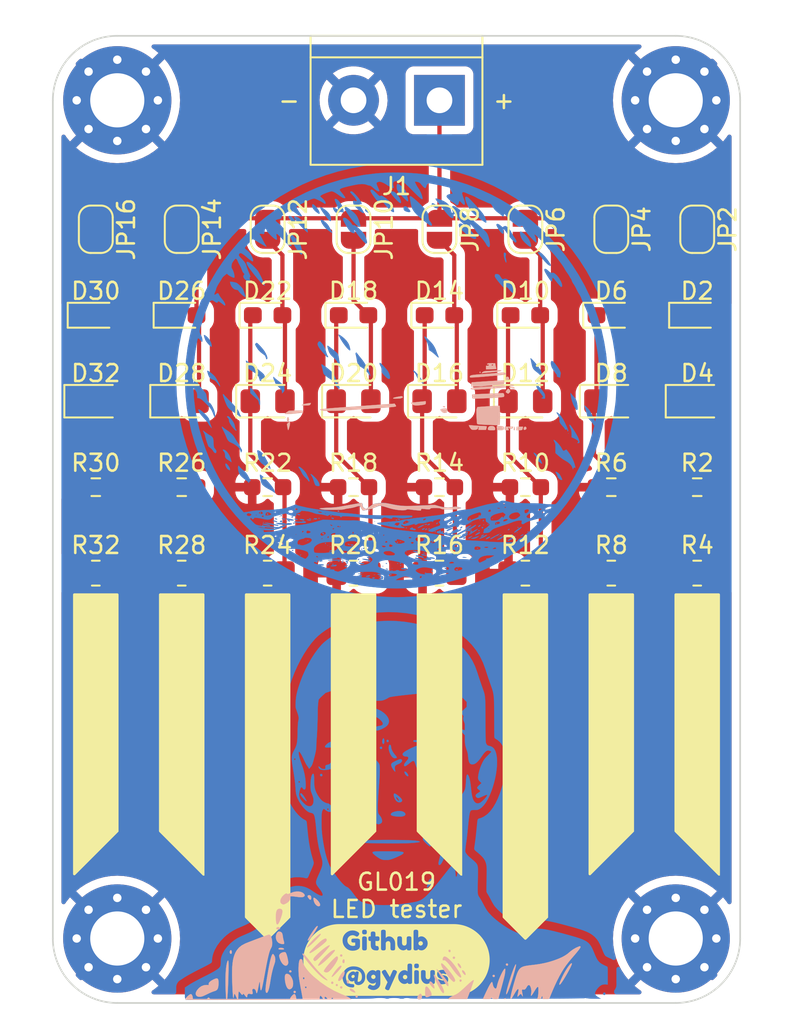
<source format=kicad_pcb>
(kicad_pcb (version 20211014) (generator pcbnew)
  (layers (0 "F.Cu" signal) (31 "B.Cu" signal) (34 "B.Paste" user) (35 "F.Paste" user) (36 "B.SilkS" user "B.Silkscreen") (37 "F.SilkS" user "F.Silkscreen") (38 "B.Mask" user) (39 "F.Mask" user) (44 "Edge.Cuts" user))
  (net 0 "")
  (net 1 "GND")
  (net 2 "Net-(D2-Pad2)")
  (net 3 "Net-(D6-Pad2)")
  (net 4 "Net-(D10-Pad2)")
  (net 5 "Net-(D14-Pad2)")
  (net 6 "VCC")
  (net 7 "Net-(D2-Pad1)")
  (net 8 "Net-(D6-Pad1)")
  (net 9 "Net-(D10-Pad1)")
  (net 10 "Net-(D14-Pad1)")
  (net 11 "Net-(D18-Pad1)")
  (net 12 "Net-(D18-Pad2)")
  (net 13 "Net-(D22-Pad1)")
  (net 14 "Net-(D22-Pad2)")
  (net 15 "Net-(D26-Pad1)")
  (net 16 "Net-(D26-Pad2)")
  (net 17 "Net-(D30-Pad1)")
  (net 18 "Net-(D30-Pad2)")
  (footprint "LED_SMD:LED_0603_1608Metric_Pad1.05x0.95mm_HandSolder" (layer "F.Cu") (at 170.18 63.5)
    (fp_text reference "D2")
    (fp_text value "LED")
  )
  (footprint "MountingHole:MountingHole_3.2mm_M3_Pad_Via" (layer "F.Cu") (at 135.89 50.8)
    (fp_text reference "H1" hide)
    (fp_text value "MountingHole_Pad")
  )
  (footprint "Resistor_SMD:R_0603_1608Metric_Pad0.98x0.95mm_HandSolder" (layer "F.Cu") (at 154.94 73.66)
    (fp_text reference "R14")
    (fp_text value "R")
  )
  (footprint "Jumper:SolderJumper-2_P1.3mm_Open_RoundedPad1.0x1.5mm" (layer "F.Cu") (at 139.7 58.42 -90)
    (fp_text reference "JP14")
    (fp_text value "SolderJumper_2_Open")
  )
  (footprint "TerminalBlock:TerminalBlock_bornier-2_P5.08mm" (layer "F.Cu") (at 154.94 50.8 180)
    (fp_text reference "J1")
    (fp_text value "Conn_01x02")
  )
  (footprint "Resistor_SMD:R_0805_2012Metric_Pad1.20x1.40mm_HandSolder" (layer "F.Cu") (at 139.7 78.74)
    (fp_text reference "R28")
    (fp_text value "R")
  )
  (footprint "Resistor_SMD:R_0805_2012Metric_Pad1.20x1.40mm_HandSolder" (layer "F.Cu") (at 160.02 78.74)
    (fp_text reference "R12")
    (fp_text value "R")
  )
  (footprint "LED_SMD:LED_0603_1608Metric_Pad1.05x0.95mm_HandSolder" (layer "F.Cu") (at 134.62 63.5)
    (fp_text reference "D30")
    (fp_text value "LED")
  )
  (footprint "LED_SMD:LED_0603_1608Metric_Pad1.05x0.95mm_HandSolder" (layer "F.Cu") (at 165.1 63.5)
    (fp_text reference "D6")
    (fp_text value "LED")
  )
  (footprint "Resistor_SMD:R_0805_2012Metric_Pad1.20x1.40mm_HandSolder" (layer "F.Cu") (at 154.94 78.74)
    (fp_text reference "R16")
    (fp_text value "R")
  )
  (footprint "LED_SMD:LED_0805_2012Metric_Pad1.15x1.40mm_HandSolder" (layer "F.Cu") (at 139.7 68.58)
    (fp_text reference "D28")
    (fp_text value "LED")
  )
  (footprint "Jumper:SolderJumper-2_P1.3mm_Open_RoundedPad1.0x1.5mm" (layer "F.Cu") (at 154.94 58.42 -90)
    (fp_text reference "JP8")
    (fp_text value "SolderJumper_2_Open")
  )
  (footprint "Jumper:SolderJumper-2_P1.3mm_Open_RoundedPad1.0x1.5mm" (layer "F.Cu") (at 170.18 58.42 -90)
    (fp_text reference "JP2")
    (fp_text value "SolderJumper_2_Open")
  )
  (footprint "LED_SMD:LED_0805_2012Metric_Pad1.15x1.40mm_HandSolder" (layer "F.Cu") (at 149.86 68.58)
    (fp_text reference "D20")
    (fp_text value "LED")
  )
  (footprint "Resistor_SMD:R_0603_1608Metric_Pad0.98x0.95mm_HandSolder" (layer "F.Cu") (at 144.78 73.66)
    (fp_text reference "R22")
    (fp_text value "R")
  )
  (footprint "LED_SMD:LED_0603_1608Metric_Pad1.05x0.95mm_HandSolder" (layer "F.Cu") (at 160.02 63.5)
    (fp_text reference "D10")
    (fp_text value "LED")
  )
  (footprint "LED_SMD:LED_0805_2012Metric_Pad1.15x1.40mm_HandSolder" (layer "F.Cu") (at 154.94 68.58)
    (fp_text reference "D16")
    (fp_text value "LED")
  )
  (footprint "Resistor_SMD:R_0805_2012Metric_Pad1.20x1.40mm_HandSolder" (layer "F.Cu") (at 170.18 78.74)
    (fp_text reference "R4")
    (fp_text value "R")
  )
  (footprint "LED_SMD:LED_0603_1608Metric_Pad1.05x0.95mm_HandSolder" (layer "F.Cu") (at 144.78 63.5)
    (fp_text reference "D22")
    (fp_text value "LED")
  )
  (footprint "Resistor_SMD:R_0603_1608Metric_Pad0.98x0.95mm_HandSolder" (layer "F.Cu") (at 165.1 73.66)
    (fp_text reference "R6")
    (fp_text value "R")
  )
  (footprint "MoreMoney:MoreMoney6mm" (layer "F.Cu") (at 142.24 53.34)
    (fp_text reference "Ref**" hide)
    (fp_text value "Val**" hide)
  )
  (footprint "LED_SMD:LED_0603_1608Metric_Pad1.05x0.95mm_HandSolder" (layer "F.Cu") (at 139.7 63.5)
    (fp_text reference "D26")
    (fp_text value "LED")
  )
  (footprint "LED_SMD:LED_0603_1608Metric_Pad1.05x0.95mm_HandSolder" (layer "F.Cu") (at 154.94 63.5)
    (fp_text reference "D14")
    (fp_text value "LED")
  )
  (footprint "Jumper:SolderJumper-2_P1.3mm_Open_RoundedPad1.0x1.5mm" (layer "F.Cu") (at 160.02 58.42 -90)
    (fp_text reference "JP6")
    (fp_text value "SolderJumper_2_Open")
  )
  (footprint "Jumper:SolderJumper-2_P1.3mm_Open_RoundedPad1.0x1.5mm" (layer "F.Cu") (at 165.1 58.42 -90)
    (fp_text reference "JP4")
    (fp_text value "SolderJumper_2_Open")
  )
  (footprint "LED_SMD:LED_0603_1608Metric_Pad1.05x0.95mm_HandSolder" (layer "F.Cu") (at 149.86 63.5)
    (fp_text reference "D18")
    (fp_text value "LED")
  )
  (footprint "kibuzzard-6320B61E" (layer "F.Cu") (at 152.4 101.6)
    (fp_text reference "kibuzzard-6320B61E" hide)
    (fp_text value "G***" hide)
  )
  (footprint "Resistor_SMD:R_0805_2012Metric_Pad1.20x1.40mm_HandSolder" (layer "F.Cu") (at 134.62 78.74)
    (fp_text reference "R32")
    (fp_text value "R")
  )
  (footprint "Jumper:SolderJumper-2_P1.3mm_Open_RoundedPad1.0x1.5mm" (layer "F.Cu") (at 134.62 58.42 -90)
    (fp_text reference "JP16")
    (fp_text value "SolderJumper_2_Open")
  )
  (footprint "LED_SMD:LED_0805_2012Metric_Pad1.15x1.40mm_HandSolder" (layer "F.Cu") (at 144.78 68.58)
    (fp_text reference "D24")
    (fp_text value "LED")
  )
  (footprint "Resistor_SMD:R_0805_2012Metric_Pad1.20x1.40mm_HandSolder" (layer "F.Cu") (at 144.78 78.74)
    (fp_text reference "R24")
    (fp_text value "R")
  )
  (footprint "Resistor_SMD:R_0603_1608Metric_Pad0.98x0.95mm_HandSolder" (layer "F.Cu") (at 134.62 73.66)
    (fp_text reference "R30")
    (fp_text value "R")
  )
  (footprint "Resistor_SMD:R_0603_1608Metric_Pad0.98x0.95mm_HandSolder" (layer "F.Cu") (at 139.7 73.66)
    (fp_text reference "R26")
    (fp_text value "R")
  )
  (footprint "Jumper:SolderJumper-2_P1.3mm_Open_RoundedPad1.0x1.5mm" (layer "F.Cu") (at 144.78 58.42 -90)
    (fp_text reference "JP12")
    (fp_text value "SolderJumper_2_Open")
  )
  (footprint "Resistor_SMD:R_0603_1608Metric_Pad0.98x0.95mm_HandSolder" (layer "F.Cu") (at 149.86 73.66)
    (fp_text reference "R18")
    (fp_text value "R")
  )
  (footprint "MountingHole:MountingHole_3.2mm_M3_Pad_Via" (layer "F.Cu") (at 135.89 100.33)
    (fp_text reference "H4" hide)
    (fp_text value "MountingHole_Pad")
  )
  (footprint "Jumper:SolderJumper-2_P1.3mm_Open_RoundedPad1.0x1.5mm" (layer "F.Cu") (at 149.86 58.42 -90)
    (fp_text reference "JP10")
    (fp_text value "SolderJumper_2_Open")
  )
  (footprint "Resistor_SMD:R_0603_1608Metric_Pad0.98x0.95mm_HandSolder" (layer "F.Cu") (at 170.18 73.66)
    (fp_text reference "R2")
    (fp_text value "R")
  )
  (footprint "Resistor_SMD:R_0805_2012Metric_Pad1.20x1.40mm_HandSolder" (layer "F.Cu") (at 165.1 78.74)
    (fp_text reference "R8")
    (fp_text value "R")
  )
  (footprint "MountingHole:MountingHole_3.2mm_M3_Pad_Via" (layer "F.Cu") (at 168.91 100.33)
    (fp_text reference "H3" hide)
    (fp_text value "MountingHole_Pad")
  )
  (footprint "LED_SMD:LED_0805_2012Metric_Pad1.15x1.40mm_HandSolder" (layer "F.Cu") (at 170.18 68.58)
    (fp_text reference "D4")
    (fp_text value "LED")
  )
  (footprint "Resistor_SMD:R_0805_2012Metric_Pad1.20x1.40mm_HandSolder" (layer "F.Cu") (at 149.86 78.74)
    (fp_text reference "R20")
    (fp_text value "R")
  )
  (footprint "Resistor_SMD:R_0603_1608Metric_Pad0.98x0.95mm_HandSolder" (layer "F.Cu") (at 160.02 73.66)
    (fp_text reference "R10")
    (fp_text value "R")
  )
  (footprint "MountingHole:MountingHole_3.2mm_M3_Pad_Via" (layer "F.Cu") (at 168.91 50.8)
    (fp_text reference "H2" hide)
    (fp_text value "MountingHole_Pad")
  )
  (footprint "LED_SMD:LED_0805_2012Metric_Pad1.15x1.40mm_HandSolder" (layer "F.Cu") (at 134.62 68.58)
    (fp_text reference "D32")
    (fp_text value "LED")
  )
  (footprint "LED_SMD:LED_0805_2012Metric_Pad1.15x1.40mm_HandSolder" (layer "F.Cu") (at 160.02 68.58)
    (fp_text reference "D12")
    (fp_text value "LED")
  )
  (footprint "LED_SMD:LED_0805_2012Metric_Pad1.15x1.40mm_HandSolder" (layer "F.Cu") (at 165.1 68.58)
    (fp_text reference "D8")
    (fp_text value "LED")
  )
  (footprint "MoreMoney:Duck_banny_2_25mm" (layer "B.Cu") (at 152.4 67.31 180)
    (fp_text reference "Ref**" hide)
    (fp_text value "Val**" hide)
  )
  (footprint "MoreMoney:duck_banny_pcb_25mm" (layer "B.Cu") (at 152.4 91.44 180)
    (fp_text reference "Ref**" hide)
    (fp_text value "Val**" hide)
  )
  (gr_poly (pts (xy 146.05 99.06) (xy 144.78 100.33) (xy 143.51 99.06) (xy 143.51 80.01) (xy 146.05 80.01)) (layer "F.SilkS") (width 0.15) (fill solid))
  (gr_poly (pts (xy 156.21 96.52) (xy 153.67 93.98) (xy 153.67 80.01) (xy 156.21 80.01)) (layer "F.SilkS") (width 0.15) (fill solid))
  (gr_poly (pts (xy 135.89 93.98) (xy 133.35 96.52) (xy 133.35 80.01) (xy 135.89 80.01)) (layer "F.SilkS") (width 0.15) (fill solid))
  (gr_poly (pts (xy 166.37 93.98) (xy 163.83 96.52) (xy 163.83 80.01) (xy 166.37 80.01)) (layer "F.SilkS") (width 0.15) (fill solid))
  (gr_poly (pts (xy 151.13 93.98) (xy 148.59 96.52) (xy 148.59 80.01) (xy 151.13 80.01)) (layer "F.SilkS") (width 0.15) (fill solid))
  (gr_poly (pts (xy 171.45 96.52) (xy 168.91 93.98) (xy 168.91 80.01) (xy 171.45 80.01)) (layer "F.SilkS") (width 0.15) (fill solid))
  (gr_poly (pts (xy 140.97 96.52) (xy 138.43 93.98) (xy 138.43 80.01) (xy 140.97 80.01)) (layer "F.SilkS") (width 0.15) (fill solid))
  (gr_poly (pts (xy 161.29 99.06) (xy 160.02 100.33) (xy 158.75 99.06) (xy 158.75 80.01) (xy 161.29 80.01)) (layer "F.SilkS") (width 0.15) (fill solid))
  (gr_line (start 132.08 100.33) (end 132.08 50.8) (layer "Edge.Cuts") (width 0.1))
  (gr_arc (start 168.91 46.99) (mid 171.604077 48.105923) (end 172.72 50.8) (layer "Edge.Cuts") (width 0.1))
  (gr_arc (start 172.72 100.33) (mid 171.604077 103.024077) (end 168.91 104.14) (layer "Edge.Cuts") (width 0.1))
  (gr_arc (start 132.08 50.8) (mid 133.195923 48.105923) (end 135.89 46.99) (layer "Edge.Cuts") (width 0.1))
  (gr_line (start 172.72 50.8) (end 172.72 100.33) (layer "Edge.Cuts") (width 0.1))
  (gr_line (start 168.91 104.14) (end 135.89 104.14) (layer "Edge.Cuts") (width 0.1))
  (gr_arc (start 135.89 104.14) (mid 133.195923 103.024077) (end 132.08 100.33) (layer "Edge.Cuts") (width 0.1))
  (gr_line (start 135.89 46.99) (end 168.91 46.99) (layer "Edge.Cuts") (width 0.1))
  (gr_text "-" (at 146.05 50.8) (layer "F.SilkS") (effects (font (size 1 1))))
  (gr_text "GL019\nLED tester" (at 152.4 97.79) (layer "F.SilkS") (effects (font (size 1 1))))
  (gr_text "+" (at 158.75 50.8) (layer "F.SilkS") (effects (font (size 1 1))))
  (segment (start 171.055 63.5) (end 171.055 59.945) (width 0.25) (layer "F.Cu") (net 2))
  (segment (start 171.055 63.5) (end 171.205 63.65) (width 0.25) (layer "F.Cu") (net 2))
  (segment (start 171.205 63.65) (end 171.205 68.58) (width 0.25) (layer "F.Cu") (net 2))
  (segment (start 171.055 59.945) (end 170.18 59.07) (width 0.25) (layer "F.Cu") (net 2))
  (segment (start 166.125 63.65) (end 166.125 68.58) (width 0.25) (layer "F.Cu") (net 3))
  (segment (start 165.975 59.945) (end 165.1 59.07) (width 0.25) (layer "F.Cu") (net 3))
  (segment (start 165.975 63.5) (end 165.975 59.945) (width 0.25) (layer "F.Cu") (net 3))
  (segment (start 165.975 63.5) (end 166.125 63.65) (width 0.25) (layer "F.Cu") (net 3))
  (segment (start 160.895 63.5) (end 160.895 59.945) (width 0.25) (layer "F.Cu") (net 4))
  (segment (start 161.045 63.65) (end 161.045 68.58) (width 0.25) (layer "F.Cu") (net 4))
  (segment (start 160.895 59.945) (end 160.02 59.07) (width 0.25) (layer "F.Cu") (net 4))
  (segment (start 160.895 63.5) (end 161.045 63.65) (width 0.25) (layer "F.Cu") (net 4))
  (segment (start 155.815 63.5) (end 155.965 63.65) (width 0.25) (layer "F.Cu") (net 5))
  (segment (start 155.815 63.5) (end 155.815 59.945) (width 0.25) (layer "F.Cu") (net 5))
  (segment (start 155.815 59.945) (end 154.94 59.07) (width 0.25) (layer "F.Cu") (net 5))
  (segment (start 155.965 63.65) (end 155.965 68.58) (width 0.25) (layer "F.Cu") (net 5))
  (segment (start 154.94 57.77) (end 154.94 50.8) (width 0.25) (layer "F.Cu") (net 6))
  (segment (start 134.62 57.77) (end 170.18 57.77) (width 0.25) (layer "F.Cu") (net 6))
  (segment (start 169.155 63.65) (end 169.155 68.58) (width 0.25) (layer "F.Cu") (net 7))
  (segment (start 169.155 71.7225) (end 171.0925 73.66) (width 0.25) (layer "F.Cu") (net 7))
  (segment (start 171.0925 78.6525) (end 171.18 78.74) (width 0.25) (layer "F.Cu") (net 7))
  (segment (start 169.155 68.58) (end 169.155 71.7225) (width 0.25) (layer "F.Cu") (net 7))
  (segment (start 169.305 63.5) (end 169.155 63.65) (width 0.25) (layer "F.Cu") (net 7))
  (segment (start 171.0925 73.66) (end 171.0925 78.6525) (width 0.25) (layer "F.Cu") (net 7))
  (segment (start 164.225 68.43) (end 164.075 68.58) (width 0.25) (layer "F.Cu") (net 8))
  (segment (start 164.225 63.5) (end 164.225 68.43) (width 0.25) (layer "F.Cu") (net 8))
  (segment (start 166.0125 78.6525) (end 166.1 78.74) (width 0.25) (layer "F.Cu") (net 8))
  (segment (start 166.0125 73.66) (end 166.0125 78.6525) (width 0.25) (layer "F.Cu") (net 8))
  (segment (start 164.075 68.58) (end 164.075 71.7225) (width 0.25) (layer "F.Cu") (net 8))
  (segment (start 164.075 71.7225) (end 166.0125 73.66) (width 0.25) (layer "F.Cu") (net 8))
  (segment (start 158.995 68.58) (end 158.995 71.7225) (width 0.25) (layer "F.Cu") (net 9))
  (segment (start 158.995 63.65) (end 158.995 68.58) (width 0.25) (layer "F.Cu") (net 9))
  (segment (start 160.9325 78.6525) (end 161.02 78.74) (width 0.25) (layer "F.Cu") (net 9))
  (segment (start 158.995 71.7225) (end 160.9325 73.66) (width 0.25) (layer "F.Cu") (net 9))
  (segment (start 160.9325 73.66) (end 160.9325 78.6525) (width 0.25) (layer "F.Cu") (net 9))
  (segment (start 159.145 63.5) (end 158.995 63.65) (width 0.25) (layer "F.Cu") (net 9))
  (segment (start 153.915 71.7225) (end 155.8525 73.66) (width 0.25) (layer "F.Cu") (net 10))
  (segment (start 154.065 68.43) (end 153.915 68.58) (width 0.25) (layer "F.Cu") (net 10))
  (segment (start 155.8525 78.6525) (end 155.94 78.74) (width 0.25) (layer "F.Cu") (net 10))
  (segment (start 153.915 68.58) (end 153.915 71.7225) (width 0.25) (layer "F.Cu") (net 10))
  (segment (start 155.8525 73.66) (end 155.8525 78.6525) (width 0.25) (layer "F.Cu") (net 10))
  (segment (start 154.065 63.5) (end 154.065 68.43) (width 0.25) (layer "F.Cu") (net 10))
  (segment (start 150.86 78.74) (end 150.86 73.7475) (width 0.25) (layer "F.Cu") (net 11))
  (segment (start 148.835 68.58) (end 148.835 71.7225) (width 0.25) (layer "F.Cu") (net 11))
  (segment (start 150.86 73.7475) (end 150.7725 73.66) (width 0.25) (layer "F.Cu") (net 11))
  (segment (start 148.985 63.5) (end 148.835 63.65) (width 0.25) (layer "F.Cu") (net 11))
  (segment (start 148.835 71.7225) (end 150.7725 73.66) (width 0.25) (layer "F.Cu") (net 11))
  (segment (start 148.835 63.65) (end 148.835 68.58) (width 0.25) (layer "F.Cu") (net 11))
  (segment (start 150.735 63.5) (end 150.885 63.65) (width 0.25) (layer "F.Cu") (net 12))
  (segment (start 150.735 63.5) (end 149.86 62.625) (width 0.25) (layer "F.Cu") (net 12))
  (segment (start 149.86 62.625) (end 149.86 59.07) (width 0.25) (layer "F.Cu") (net 12))
  (segment (start 150.885 63.65) (end 150.885 68.58) (width 0.25) (layer "F.Cu") (net 12))
  (segment (start 143.755 71.7225) (end 145.6925 73.66) (width 0.25) (layer "F.Cu") (net 13))
  (segment (start 145.78 78.74) (end 145.78 73.7475) (width 0.25) (layer "F.Cu") (net 13))
  (segment (start 143.755 63.65) (end 143.755 68.58) (width 0.25) (layer "F.Cu") (net 13))
  (segment (start 143.755 68.58) (end 143.755 71.7225) (width 0.25) (layer "F.Cu") (net 13))
  (segment (start 143.905 63.5) (end 143.755 63.65) (width 0.25) (layer "F.Cu") (net 13))
  (segment (start 145.78 73.7475) (end 145.6925 73.66) (width 0.25) (layer "F.Cu") (net 13))
  (segment (start 145.655 59.945) (end 144.78 59.07) (width 0.25) (layer "F.Cu") (net 14))
  (segment (start 145.655 63.5) (end 145.655 59.945) (width 0.25) (layer "F.Cu") (net 14))
  (segment (start 145.805 63.65) (end 145.805 68.58) (width 0.25) (layer "F.Cu") (net 14))
  (segment (start 145.655 63.5) (end 145.805 63.65) (width 0.25) (layer "F.Cu") (net 14))
  (segment (start 140.7 78.74) (end 140.7 73.7475) (width 0.25) (layer "F.Cu") (net 15))
  (segment (start 138.675 63.65) (end 138.675 68.58) (width 0.25) (layer "F.Cu") (net 15))
  (segment (start 138.675 71.7225) (end 140.6125 73.66) (width 0.25) (layer "F.Cu") (net 15))
  (segment (start 140.7 73.7475) (end 140.6125 73.66) (width 0.25) (layer "F.Cu") (net 15))
  (segment (start 138.825 63.5) (end 138.675 63.65) (width 0.25) (layer "F.Cu") (net 15))
  (segment (start 138.675 68.58) (end 138.675 71.7225) (width 0.25) (layer "F.Cu") (net 15))
  (segment (start 140.725 63.65) (end 140.725 68.58) (width 0.25) (layer "F.Cu") (net 16))
  (segment (start 140.575 63.5) (end 140.725 63.65) (width 0.25) (layer "F.Cu") (net 16))
  (segment (start 140.575 59.945) (end 140.575 63.5) (width 0.25) (layer "F.Cu") (net 16))
  (segment (start 139.7 59.07) (end 140.575 59.945) (width 0.25) (layer "F.Cu") (net 16))
  (segment (start 135.62 78.74) (end 135.62 73.7475) (width 0.25) (layer "F.Cu") (net 17))
  (segment (start 133.595 71.7225) (end 135.5325 73.66) (width 0.25) (layer "F.Cu") (net 17))
  (segment (start 133.595 68.58) (end 133.595 71.7225) (width 0.25) (layer "F.Cu") (net 17))
  (segment (start 133.595 63.65) (end 133.595 68.58) (width 0.25) (layer "F.Cu") (net 17))
  (segment (start 135.62 73.7475) (end 135.5325 73.66) (width 0.25) (layer "F.Cu") (net 17))
  (segment (start 133.745 63.5) (end 133.595 63.65) (width 0.25) (layer "F.Cu") (net 17))
  (segment (start 135.645 63.65) (end 135.495 63.5) (width 0.25) (layer "F.Cu") (net 18))
  (segment (start 135.495 59.945) (end 134.62 59.07) (width 0.25) (layer "F.Cu") (net 18))
  (segment (start 135.495 63.5) (end 135.495 59.945) (width 0.25) (layer "F.Cu") (net 18))
  (segment (start 135.645 68.58) (end 135.645 63.65) (width 0.25) (layer "F.Cu") (net 18))
  (zone (net 1) (net_name "GND") (layers F&B.Cu) (connect_pads (clearance 0.508)) (min_thickness 0.254) (fill yes (thermal_gap 0.508) (thermal_bridge_width 0.508))
    (polygon (pts (xy 172.72 104.14) (xy 132.08 104.14) (xy 132.08 46.99) (xy 172.72 46.99)))
  )
)
</source>
